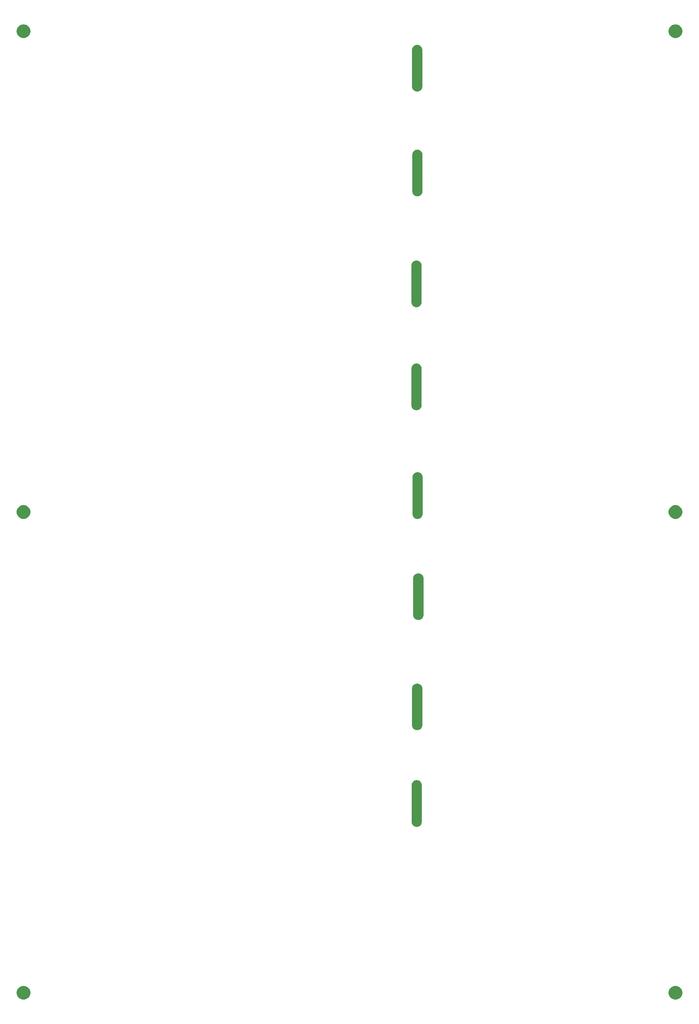
<source format=gbr>
%TF.GenerationSoftware,Altium Limited,Altium Designer,24.10.1 (45)*%
G04 Layer_Color=0*
%FSLAX43Y43*%
%MOMM*%
%TF.SameCoordinates,766D9AF5-BA92-4156-BEB6-FD46E2A8267A*%
%TF.FilePolarity,Positive*%
%TF.FileFunction,NonPlated,1,2,NPTH,Drill*%
%TF.Part,Single*%
G01*
G75*
G36*
X5000Y3000D02*
X4803D01*
X4417Y3077D01*
X4053Y3228D01*
X3725Y3447D01*
X3447Y3725D01*
X3228Y4053D01*
X3077Y4417D01*
X3000Y4803D01*
Y5000D01*
Y5197D01*
X3077Y5583D01*
X3228Y5947D01*
X3447Y6275D01*
X3725Y6554D01*
X4053Y6772D01*
X4417Y6923D01*
X4803Y7000D01*
X5000D01*
X5197D01*
X5583Y6923D01*
X5947Y6772D01*
X6275Y6554D01*
X6554Y6275D01*
X6772Y5947D01*
X6923Y5583D01*
X7000Y5197D01*
Y5000D01*
Y4803D01*
X6923Y4417D01*
X6772Y4053D01*
X6554Y3725D01*
X6275Y3447D01*
X5947Y3228D01*
X5583Y3077D01*
X5197Y3000D01*
X5000D01*
D01*
D02*
G37*
G36*
X193000Y5000D02*
Y4803D01*
X193077Y4417D01*
X193228Y4053D01*
X193447Y3725D01*
X193725Y3447D01*
X194053Y3228D01*
X194417Y3077D01*
X194803Y3000D01*
X195000D01*
X195197D01*
X195583Y3077D01*
X195947Y3228D01*
X196275Y3447D01*
X196553Y3725D01*
X196772Y4053D01*
X196923Y4417D01*
X197000Y4803D01*
Y5000D01*
Y5197D01*
X196923Y5583D01*
X196772Y5947D01*
X196553Y6275D01*
X196275Y6554D01*
X195947Y6772D01*
X195583Y6923D01*
X195197Y7000D01*
X195000D01*
X194803D01*
X194417Y6923D01*
X194053Y6772D01*
X193725Y6554D01*
X193447Y6275D01*
X193228Y5947D01*
X193077Y5583D01*
X193000Y5197D01*
Y5000D01*
D01*
D02*
G37*
G36*
X5000Y143000D02*
X4803D01*
X4417Y143077D01*
X4053Y143228D01*
X3725Y143446D01*
X3447Y143725D01*
X3228Y144053D01*
X3077Y144417D01*
X3000Y144803D01*
Y145000D01*
Y145197D01*
X3077Y145583D01*
X3228Y145947D01*
X3447Y146275D01*
X3725Y146553D01*
X4053Y146772D01*
X4417Y146923D01*
X4803Y147000D01*
X5000D01*
X5197D01*
X5583Y146923D01*
X5947Y146772D01*
X6275Y146553D01*
X6554Y146275D01*
X6772Y145947D01*
X6923Y145583D01*
X7000Y145197D01*
Y145000D01*
Y144803D01*
X6923Y144417D01*
X6772Y144053D01*
X6554Y143725D01*
X6275Y143446D01*
X5947Y143228D01*
X5583Y143077D01*
X5197Y143000D01*
X5000D01*
D01*
D02*
G37*
G36*
X195000D02*
X194803D01*
X194417Y143077D01*
X194053Y143228D01*
X193725Y143446D01*
X193447Y143725D01*
X193228Y144053D01*
X193077Y144417D01*
X193000Y144803D01*
Y145000D01*
Y145197D01*
X193077Y145583D01*
X193228Y145947D01*
X193447Y146275D01*
X193725Y146553D01*
X194053Y146772D01*
X194417Y146923D01*
X194803Y147000D01*
X195000D01*
X195197D01*
X195583Y146923D01*
X195947Y146772D01*
X196275Y146553D01*
X196553Y146275D01*
X196772Y145947D01*
X196923Y145583D01*
X197000Y145197D01*
Y145000D01*
Y144803D01*
X196923Y144417D01*
X196772Y144053D01*
X196553Y143725D01*
X196275Y143446D01*
X195947Y143228D01*
X195583Y143077D01*
X195197Y143000D01*
X195000D01*
D01*
D02*
G37*
G36*
X5000Y283000D02*
X4803D01*
X4417Y283077D01*
X4053Y283228D01*
X3725Y283447D01*
X3447Y283725D01*
X3228Y284053D01*
X3077Y284417D01*
X3000Y284803D01*
Y285000D01*
Y285197D01*
X3077Y285583D01*
X3228Y285947D01*
X3447Y286275D01*
X3725Y286553D01*
X4053Y286772D01*
X4417Y286923D01*
X4803Y287000D01*
X5000D01*
X5197D01*
X5583Y286923D01*
X5947Y286772D01*
X6275Y286553D01*
X6554Y286275D01*
X6772Y285947D01*
X6923Y285583D01*
X7000Y285197D01*
Y285000D01*
Y284803D01*
X6923Y284417D01*
X6772Y284053D01*
X6554Y283725D01*
X6275Y283447D01*
X5947Y283228D01*
X5583Y283077D01*
X5197Y283000D01*
X5000D01*
D01*
D02*
G37*
G36*
X195000D02*
X194803D01*
X194417Y283077D01*
X194053Y283228D01*
X193725Y283447D01*
X193447Y283725D01*
X193228Y284053D01*
X193077Y284417D01*
X193000Y284803D01*
Y285000D01*
Y285197D01*
X193077Y285583D01*
X193228Y285947D01*
X193447Y286275D01*
X193725Y286553D01*
X194053Y286772D01*
X194417Y286923D01*
X194803Y287000D01*
X195000D01*
X195197D01*
X195583Y286923D01*
X195947Y286772D01*
X196275Y286553D01*
X196553Y286275D01*
X196772Y285947D01*
X196923Y285583D01*
X197000Y285197D01*
Y285000D01*
Y284803D01*
X196923Y284417D01*
X196772Y284053D01*
X196553Y283725D01*
X196275Y283447D01*
X195947Y283228D01*
X195583Y283077D01*
X195197Y283000D01*
X195000D01*
D01*
D02*
G37*
G36*
X118230Y268933D02*
Y279532D01*
Y279680D01*
X118288Y279970D01*
X118401Y280243D01*
X118565Y280488D01*
X118774Y280697D01*
X119020Y280861D01*
X119293Y280974D01*
X119582Y281032D01*
X119878D01*
X120168Y280974D01*
X120441Y280861D01*
X120686Y280697D01*
X120895Y280488D01*
X121059Y280243D01*
X121172Y279970D01*
X121230Y279680D01*
Y279532D01*
D01*
Y268933D01*
Y268785D01*
X121172Y268495D01*
X121059Y268222D01*
X120895Y267977D01*
X120686Y267768D01*
X120441Y267604D01*
X120168Y267491D01*
X119878Y267433D01*
X119582D01*
X119293Y267491D01*
X119020Y267604D01*
X118774Y267768D01*
X118565Y267977D01*
X118401Y268222D01*
X118288Y268495D01*
X118230Y268785D01*
Y268933D01*
D01*
D02*
G37*
G36*
X118292Y238418D02*
Y249017D01*
Y249165D01*
X118350Y249455D01*
X118463Y249728D01*
X118627Y249973D01*
X118836Y250182D01*
X119082Y250346D01*
X119355Y250459D01*
X119645Y250517D01*
X119940D01*
X120230Y250459D01*
X120503Y250346D01*
X120748Y250182D01*
X120957Y249973D01*
X121122Y249728D01*
X121235Y249455D01*
X121292Y249165D01*
Y249017D01*
D01*
Y238418D01*
Y238270D01*
X121235Y237980D01*
X121122Y237707D01*
X120957Y237462D01*
X120748Y237253D01*
X120503Y237089D01*
X120230Y236976D01*
X119940Y236918D01*
X119645D01*
X119355Y236976D01*
X119082Y237089D01*
X118836Y237253D01*
X118627Y237462D01*
X118463Y237707D01*
X118350Y237980D01*
X118292Y238270D01*
Y238418D01*
D01*
D02*
G37*
G36*
X118030Y206144D02*
Y216743D01*
Y216891D01*
X118088Y217181D01*
X118201Y217454D01*
X118365Y217699D01*
X118574Y217908D01*
X118820Y218072D01*
X119092Y218185D01*
X119382Y218243D01*
X119678D01*
X119968Y218185D01*
X120241Y218072D01*
X120486Y217908D01*
X120695Y217699D01*
X120859Y217454D01*
X120972Y217181D01*
X121030Y216891D01*
Y216743D01*
D01*
Y206144D01*
Y205996D01*
X120972Y205706D01*
X120859Y205433D01*
X120695Y205188D01*
X120486Y204979D01*
X120241Y204815D01*
X119968Y204702D01*
X119678Y204644D01*
X119382D01*
X119092Y204702D01*
X118820Y204815D01*
X118574Y204979D01*
X118365Y205188D01*
X118201Y205433D01*
X118088Y205706D01*
X118030Y205996D01*
Y206144D01*
D01*
D02*
G37*
G36*
X118023Y176124D02*
Y175976D01*
X118080Y175687D01*
X118193Y175414D01*
X118358Y175168D01*
X118567Y174959D01*
X118812Y174795D01*
X119085Y174682D01*
X119375Y174624D01*
X119671D01*
X119960Y174682D01*
X120233Y174795D01*
X120479Y174959D01*
X120688Y175168D01*
X120852Y175414D01*
X120965Y175687D01*
X121023Y175976D01*
Y176124D01*
D01*
Y186723D01*
Y186871D01*
X120965Y187161D01*
X120852Y187434D01*
X120688Y187680D01*
X120479Y187888D01*
X120233Y188053D01*
X119960Y188166D01*
X119671Y188223D01*
X119375D01*
X119085Y188166D01*
X118812Y188053D01*
X118567Y187888D01*
X118358Y187680D01*
X118193Y187434D01*
X118080Y187161D01*
X118023Y186871D01*
Y186723D01*
D01*
Y176124D01*
D02*
G37*
G36*
X118585Y115044D02*
Y114896D01*
X118643Y114606D01*
X118756Y114333D01*
X118920Y114088D01*
X119129Y113879D01*
X119374Y113715D01*
X119647Y113601D01*
X119937Y113544D01*
X120233D01*
X120522Y113601D01*
X120795Y113715D01*
X121041Y113879D01*
X121250Y114088D01*
X121414Y114333D01*
X121527Y114606D01*
X121585Y114896D01*
Y115044D01*
D01*
Y125643D01*
Y125791D01*
X121527Y126081D01*
X121414Y126354D01*
X121250Y126599D01*
X121041Y126808D01*
X120795Y126972D01*
X120522Y127085D01*
X120233Y127143D01*
X119937D01*
X119647Y127085D01*
X119374Y126972D01*
X119129Y126808D01*
X118920Y126599D01*
X118756Y126354D01*
X118643Y126081D01*
X118585Y125791D01*
Y125643D01*
D01*
Y115044D01*
D02*
G37*
G36*
X118334Y144489D02*
Y144342D01*
X118391Y144052D01*
X118505Y143779D01*
X118669Y143533D01*
X118878Y143324D01*
X119123Y143160D01*
X119396Y143047D01*
X119686Y142989D01*
X119982D01*
X120271Y143047D01*
X120544Y143160D01*
X120790Y143324D01*
X120999Y143533D01*
X121163Y143779D01*
X121276Y144052D01*
X121334Y144342D01*
Y144489D01*
D01*
Y155089D01*
Y155236D01*
X121276Y155526D01*
X121163Y155799D01*
X120999Y156045D01*
X120790Y156254D01*
X120544Y156418D01*
X120271Y156531D01*
X119982Y156589D01*
X119686D01*
X119396Y156531D01*
X119123Y156418D01*
X118878Y156254D01*
X118669Y156045D01*
X118505Y155799D01*
X118391Y155526D01*
X118334Y155236D01*
Y155089D01*
D01*
Y144489D01*
D02*
G37*
G36*
X118234Y82956D02*
Y82808D01*
X118291Y82518D01*
X118405Y82245D01*
X118569Y82000D01*
X118778Y81791D01*
X119023Y81626D01*
X119296Y81513D01*
X119586Y81456D01*
X119882D01*
X120171Y81513D01*
X120444Y81626D01*
X120690Y81791D01*
X120899Y82000D01*
X121063Y82245D01*
X121176Y82518D01*
X121234Y82808D01*
Y82956D01*
D01*
Y93555D01*
Y93703D01*
X121176Y93992D01*
X121063Y94265D01*
X120899Y94511D01*
X120690Y94720D01*
X120444Y94884D01*
X120171Y94997D01*
X119882Y95055D01*
X119586D01*
X119296Y94997D01*
X119023Y94884D01*
X118778Y94720D01*
X118569Y94511D01*
X118405Y94265D01*
X118291Y93992D01*
X118234Y93703D01*
Y93555D01*
D01*
Y82956D01*
D02*
G37*
G36*
X118094Y54806D02*
Y65405D01*
Y65553D01*
X118151Y65842D01*
X118265Y66115D01*
X118429Y66361D01*
X118638Y66570D01*
X118883Y66734D01*
X119156Y66847D01*
X119446Y66905D01*
X119742D01*
X120031Y66847D01*
X120304Y66734D01*
X120550Y66570D01*
X120759Y66361D01*
X120923Y66115D01*
X121036Y65842D01*
X121094Y65553D01*
Y65405D01*
D01*
Y54806D01*
Y54658D01*
X121036Y54368D01*
X120923Y54095D01*
X120759Y53850D01*
X120550Y53641D01*
X120304Y53476D01*
X120031Y53363D01*
X119742Y53306D01*
X119446D01*
X119156Y53363D01*
X118883Y53476D01*
X118638Y53641D01*
X118429Y53850D01*
X118265Y54095D01*
X118151Y54368D01*
X118094Y54658D01*
Y54806D01*
D01*
D02*
G37*
%TF.MD5,44295fa8db63f6cc9c1d7661e621ac5a*%
M02*

</source>
